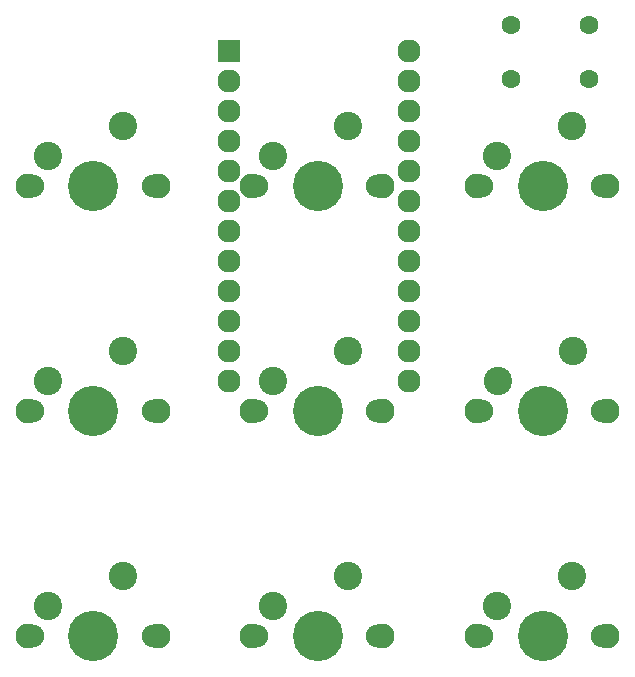
<source format=gbr>
%TF.GenerationSoftware,Altium Limited,Altium Designer,20.1.12 (249)*%
G04 Layer_Color=8388736*
%FSLAX26Y26*%
%MOIN*%
%TF.SameCoordinates,F1925889-B8ED-483B-8674-5474D18B1AF1*%
%TF.FilePolarity,Negative*%
%TF.FileFunction,Soldermask,Top*%
%TF.Part,Single*%
G01*
G75*
%TA.AperFunction,ComponentPad*%
%ADD21C,0.077016*%
%ADD22R,0.077016X0.077016*%
%ADD23C,0.167449*%
%ADD24C,0.094614*%
%ADD25C,0.082803*%
%ADD26C,0.074929*%
%ADD27C,0.063118*%
D21*
X848854Y1624174D02*
D03*
Y2224174D02*
D03*
Y2024174D02*
D03*
Y1824174D02*
D03*
Y1924174D02*
D03*
Y1424174D02*
D03*
Y1524174D02*
D03*
Y1224174D02*
D03*
Y2124174D02*
D03*
Y1724174D02*
D03*
Y1324174D02*
D03*
X1448854Y1624174D02*
D03*
Y2324174D02*
D03*
Y2024174D02*
D03*
Y2224174D02*
D03*
Y1824174D02*
D03*
Y1924174D02*
D03*
Y1424174D02*
D03*
Y1524174D02*
D03*
Y1224174D02*
D03*
Y1724174D02*
D03*
Y1324174D02*
D03*
Y2124174D02*
D03*
D22*
X848854Y2324174D02*
D03*
D23*
X397047Y375000D02*
D03*
Y1124213D02*
D03*
X1146496Y1123189D02*
D03*
X1895709D02*
D03*
X1146260Y375000D02*
D03*
X1895472D02*
D03*
X397047Y1873425D02*
D03*
X1146260D02*
D03*
X1895472D02*
D03*
D24*
X246457Y474409D02*
D03*
X496457Y574409D02*
D03*
X246457Y1223622D02*
D03*
X496457Y1323622D02*
D03*
X995905Y1222598D02*
D03*
X1245906Y1322598D02*
D03*
X1745118Y1222598D02*
D03*
X1995118Y1322598D02*
D03*
X995669Y474409D02*
D03*
X1245669Y574409D02*
D03*
X1744882Y474409D02*
D03*
X1994882Y574409D02*
D03*
X246457Y1972835D02*
D03*
X496457Y2072835D02*
D03*
X995669Y1972835D02*
D03*
X1245669Y2072835D02*
D03*
X1744882Y1972835D02*
D03*
X1994882Y2072835D02*
D03*
D25*
X178543Y374409D02*
D03*
X612008D02*
D03*
X178543Y1123622D02*
D03*
X612008D02*
D03*
X927992Y1122598D02*
D03*
X1361457D02*
D03*
X1677205D02*
D03*
X2110669D02*
D03*
X927756Y374409D02*
D03*
X1361220D02*
D03*
X1676968D02*
D03*
X2110433D02*
D03*
X178543Y1872835D02*
D03*
X612008D02*
D03*
X927756D02*
D03*
X1361220D02*
D03*
X1676968D02*
D03*
X2110433D02*
D03*
D26*
X195472Y374409D02*
D03*
X595472D02*
D03*
X195472Y1123622D02*
D03*
X595472D02*
D03*
X944921Y1122598D02*
D03*
X1344921D02*
D03*
X1694134D02*
D03*
X2094134D02*
D03*
X944685Y374409D02*
D03*
X1344685D02*
D03*
X1693898D02*
D03*
X2093898D02*
D03*
X195472Y1872835D02*
D03*
X595472D02*
D03*
X944685D02*
D03*
X1344685D02*
D03*
X1693898D02*
D03*
X2093898D02*
D03*
D27*
X1788740Y2229291D02*
D03*
Y2410394D02*
D03*
X2048583Y2229291D02*
D03*
Y2410394D02*
D03*
%TF.MD5,42df6162b09d39fdaa2f4b7ad76163e1*%
M02*

</source>
